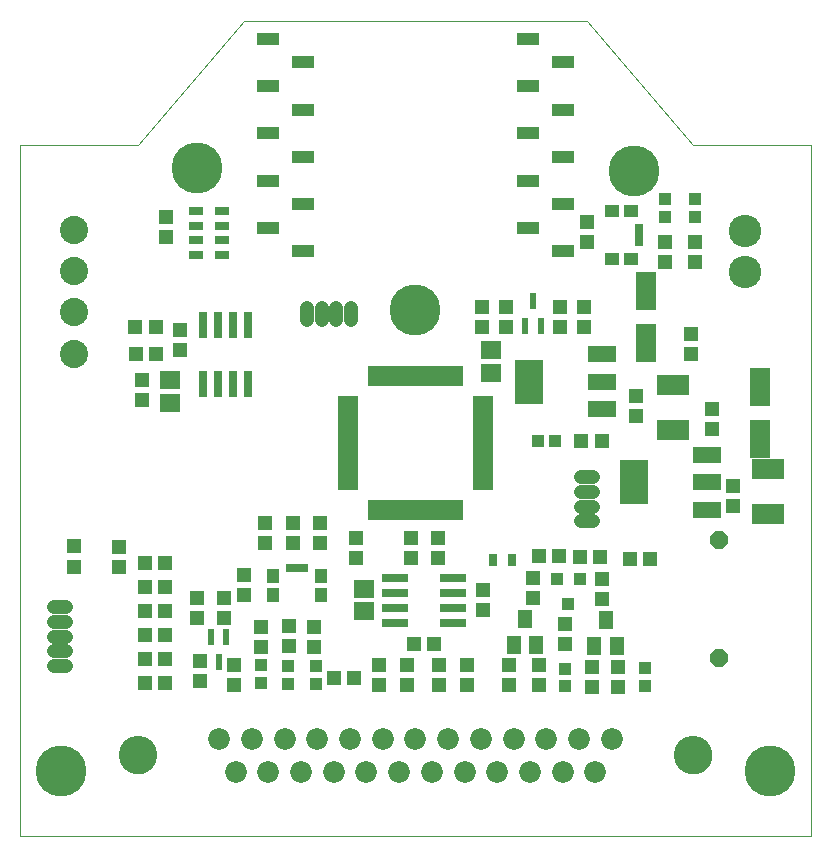
<source format=gts>
G75*
%MOIN*%
%OFA0B0*%
%FSLAX25Y25*%
%IPPOS*%
%LPD*%
%AMOC8*
5,1,8,0,0,1.08239X$1,22.5*
%
%ADD10C,0.00000*%
%ADD11R,0.04737X0.05131*%
%ADD12R,0.07099X0.12611*%
%ADD13R,0.05131X0.04737*%
%ADD14R,0.09600X0.05600*%
%ADD15R,0.09461X0.14973*%
%ADD16R,0.03950X0.03950*%
%ADD17R,0.04343X0.04737*%
%ADD18R,0.07493X0.02965*%
%ADD19R,0.04737X0.04343*%
%ADD20R,0.02965X0.07493*%
%ADD21R,0.07493X0.04146*%
%ADD22R,0.05131X0.03162*%
%ADD23C,0.10800*%
%ADD24R,0.03000X0.08600*%
%ADD25R,0.08600X0.03000*%
%ADD26R,0.01981X0.06706*%
%ADD27R,0.06706X0.01981*%
%ADD28C,0.04769*%
%ADD29R,0.06706X0.05918*%
%ADD30R,0.10800X0.06800*%
%ADD31C,0.09400*%
%ADD32R,0.04737X0.06312*%
%ADD33R,0.03950X0.04343*%
%ADD34R,0.03162X0.03950*%
%ADD35R,0.05052X0.04934*%
%ADD36R,0.02400X0.05400*%
%ADD37OC8,0.05950*%
%ADD38C,0.07250*%
%ADD39C,0.12800*%
%ADD40C,0.17005*%
D10*
X0012400Y0035678D02*
X0012400Y0265993D01*
X0051770Y0265993D01*
X0087203Y0307332D01*
X0201376Y0307332D01*
X0236809Y0265993D01*
X0276180Y0265993D01*
X0276180Y0035678D01*
X0012400Y0035678D01*
X0045690Y0062450D02*
X0045692Y0062604D01*
X0045698Y0062759D01*
X0045708Y0062913D01*
X0045722Y0063067D01*
X0045740Y0063220D01*
X0045761Y0063373D01*
X0045787Y0063526D01*
X0045817Y0063677D01*
X0045850Y0063828D01*
X0045888Y0063978D01*
X0045929Y0064127D01*
X0045974Y0064275D01*
X0046023Y0064421D01*
X0046076Y0064567D01*
X0046132Y0064710D01*
X0046192Y0064853D01*
X0046256Y0064993D01*
X0046323Y0065133D01*
X0046394Y0065270D01*
X0046468Y0065405D01*
X0046546Y0065539D01*
X0046627Y0065670D01*
X0046712Y0065799D01*
X0046800Y0065927D01*
X0046891Y0066051D01*
X0046985Y0066174D01*
X0047083Y0066294D01*
X0047183Y0066411D01*
X0047287Y0066526D01*
X0047393Y0066638D01*
X0047502Y0066747D01*
X0047614Y0066853D01*
X0047729Y0066957D01*
X0047846Y0067057D01*
X0047966Y0067155D01*
X0048089Y0067249D01*
X0048213Y0067340D01*
X0048341Y0067428D01*
X0048470Y0067513D01*
X0048601Y0067594D01*
X0048735Y0067672D01*
X0048870Y0067746D01*
X0049007Y0067817D01*
X0049147Y0067884D01*
X0049287Y0067948D01*
X0049430Y0068008D01*
X0049573Y0068064D01*
X0049719Y0068117D01*
X0049865Y0068166D01*
X0050013Y0068211D01*
X0050162Y0068252D01*
X0050312Y0068290D01*
X0050463Y0068323D01*
X0050614Y0068353D01*
X0050767Y0068379D01*
X0050920Y0068400D01*
X0051073Y0068418D01*
X0051227Y0068432D01*
X0051381Y0068442D01*
X0051536Y0068448D01*
X0051690Y0068450D01*
X0051844Y0068448D01*
X0051999Y0068442D01*
X0052153Y0068432D01*
X0052307Y0068418D01*
X0052460Y0068400D01*
X0052613Y0068379D01*
X0052766Y0068353D01*
X0052917Y0068323D01*
X0053068Y0068290D01*
X0053218Y0068252D01*
X0053367Y0068211D01*
X0053515Y0068166D01*
X0053661Y0068117D01*
X0053807Y0068064D01*
X0053950Y0068008D01*
X0054093Y0067948D01*
X0054233Y0067884D01*
X0054373Y0067817D01*
X0054510Y0067746D01*
X0054645Y0067672D01*
X0054779Y0067594D01*
X0054910Y0067513D01*
X0055039Y0067428D01*
X0055167Y0067340D01*
X0055291Y0067249D01*
X0055414Y0067155D01*
X0055534Y0067057D01*
X0055651Y0066957D01*
X0055766Y0066853D01*
X0055878Y0066747D01*
X0055987Y0066638D01*
X0056093Y0066526D01*
X0056197Y0066411D01*
X0056297Y0066294D01*
X0056395Y0066174D01*
X0056489Y0066051D01*
X0056580Y0065927D01*
X0056668Y0065799D01*
X0056753Y0065670D01*
X0056834Y0065539D01*
X0056912Y0065405D01*
X0056986Y0065270D01*
X0057057Y0065133D01*
X0057124Y0064993D01*
X0057188Y0064853D01*
X0057248Y0064710D01*
X0057304Y0064567D01*
X0057357Y0064421D01*
X0057406Y0064275D01*
X0057451Y0064127D01*
X0057492Y0063978D01*
X0057530Y0063828D01*
X0057563Y0063677D01*
X0057593Y0063526D01*
X0057619Y0063373D01*
X0057640Y0063220D01*
X0057658Y0063067D01*
X0057672Y0062913D01*
X0057682Y0062759D01*
X0057688Y0062604D01*
X0057690Y0062450D01*
X0057688Y0062296D01*
X0057682Y0062141D01*
X0057672Y0061987D01*
X0057658Y0061833D01*
X0057640Y0061680D01*
X0057619Y0061527D01*
X0057593Y0061374D01*
X0057563Y0061223D01*
X0057530Y0061072D01*
X0057492Y0060922D01*
X0057451Y0060773D01*
X0057406Y0060625D01*
X0057357Y0060479D01*
X0057304Y0060333D01*
X0057248Y0060190D01*
X0057188Y0060047D01*
X0057124Y0059907D01*
X0057057Y0059767D01*
X0056986Y0059630D01*
X0056912Y0059495D01*
X0056834Y0059361D01*
X0056753Y0059230D01*
X0056668Y0059101D01*
X0056580Y0058973D01*
X0056489Y0058849D01*
X0056395Y0058726D01*
X0056297Y0058606D01*
X0056197Y0058489D01*
X0056093Y0058374D01*
X0055987Y0058262D01*
X0055878Y0058153D01*
X0055766Y0058047D01*
X0055651Y0057943D01*
X0055534Y0057843D01*
X0055414Y0057745D01*
X0055291Y0057651D01*
X0055167Y0057560D01*
X0055039Y0057472D01*
X0054910Y0057387D01*
X0054779Y0057306D01*
X0054645Y0057228D01*
X0054510Y0057154D01*
X0054373Y0057083D01*
X0054233Y0057016D01*
X0054093Y0056952D01*
X0053950Y0056892D01*
X0053807Y0056836D01*
X0053661Y0056783D01*
X0053515Y0056734D01*
X0053367Y0056689D01*
X0053218Y0056648D01*
X0053068Y0056610D01*
X0052917Y0056577D01*
X0052766Y0056547D01*
X0052613Y0056521D01*
X0052460Y0056500D01*
X0052307Y0056482D01*
X0052153Y0056468D01*
X0051999Y0056458D01*
X0051844Y0056452D01*
X0051690Y0056450D01*
X0051536Y0056452D01*
X0051381Y0056458D01*
X0051227Y0056468D01*
X0051073Y0056482D01*
X0050920Y0056500D01*
X0050767Y0056521D01*
X0050614Y0056547D01*
X0050463Y0056577D01*
X0050312Y0056610D01*
X0050162Y0056648D01*
X0050013Y0056689D01*
X0049865Y0056734D01*
X0049719Y0056783D01*
X0049573Y0056836D01*
X0049430Y0056892D01*
X0049287Y0056952D01*
X0049147Y0057016D01*
X0049007Y0057083D01*
X0048870Y0057154D01*
X0048735Y0057228D01*
X0048601Y0057306D01*
X0048470Y0057387D01*
X0048341Y0057472D01*
X0048213Y0057560D01*
X0048089Y0057651D01*
X0047966Y0057745D01*
X0047846Y0057843D01*
X0047729Y0057943D01*
X0047614Y0058047D01*
X0047502Y0058153D01*
X0047393Y0058262D01*
X0047287Y0058374D01*
X0047183Y0058489D01*
X0047083Y0058606D01*
X0046985Y0058726D01*
X0046891Y0058849D01*
X0046800Y0058973D01*
X0046712Y0059101D01*
X0046627Y0059230D01*
X0046546Y0059361D01*
X0046468Y0059495D01*
X0046394Y0059630D01*
X0046323Y0059767D01*
X0046256Y0059907D01*
X0046192Y0060047D01*
X0046132Y0060190D01*
X0046076Y0060333D01*
X0046023Y0060479D01*
X0045974Y0060625D01*
X0045929Y0060773D01*
X0045888Y0060922D01*
X0045850Y0061072D01*
X0045817Y0061223D01*
X0045787Y0061374D01*
X0045761Y0061527D01*
X0045740Y0061680D01*
X0045722Y0061833D01*
X0045708Y0061987D01*
X0045698Y0062141D01*
X0045692Y0062296D01*
X0045690Y0062450D01*
X0230890Y0062450D02*
X0230892Y0062604D01*
X0230898Y0062759D01*
X0230908Y0062913D01*
X0230922Y0063067D01*
X0230940Y0063220D01*
X0230961Y0063373D01*
X0230987Y0063526D01*
X0231017Y0063677D01*
X0231050Y0063828D01*
X0231088Y0063978D01*
X0231129Y0064127D01*
X0231174Y0064275D01*
X0231223Y0064421D01*
X0231276Y0064567D01*
X0231332Y0064710D01*
X0231392Y0064853D01*
X0231456Y0064993D01*
X0231523Y0065133D01*
X0231594Y0065270D01*
X0231668Y0065405D01*
X0231746Y0065539D01*
X0231827Y0065670D01*
X0231912Y0065799D01*
X0232000Y0065927D01*
X0232091Y0066051D01*
X0232185Y0066174D01*
X0232283Y0066294D01*
X0232383Y0066411D01*
X0232487Y0066526D01*
X0232593Y0066638D01*
X0232702Y0066747D01*
X0232814Y0066853D01*
X0232929Y0066957D01*
X0233046Y0067057D01*
X0233166Y0067155D01*
X0233289Y0067249D01*
X0233413Y0067340D01*
X0233541Y0067428D01*
X0233670Y0067513D01*
X0233801Y0067594D01*
X0233935Y0067672D01*
X0234070Y0067746D01*
X0234207Y0067817D01*
X0234347Y0067884D01*
X0234487Y0067948D01*
X0234630Y0068008D01*
X0234773Y0068064D01*
X0234919Y0068117D01*
X0235065Y0068166D01*
X0235213Y0068211D01*
X0235362Y0068252D01*
X0235512Y0068290D01*
X0235663Y0068323D01*
X0235814Y0068353D01*
X0235967Y0068379D01*
X0236120Y0068400D01*
X0236273Y0068418D01*
X0236427Y0068432D01*
X0236581Y0068442D01*
X0236736Y0068448D01*
X0236890Y0068450D01*
X0237044Y0068448D01*
X0237199Y0068442D01*
X0237353Y0068432D01*
X0237507Y0068418D01*
X0237660Y0068400D01*
X0237813Y0068379D01*
X0237966Y0068353D01*
X0238117Y0068323D01*
X0238268Y0068290D01*
X0238418Y0068252D01*
X0238567Y0068211D01*
X0238715Y0068166D01*
X0238861Y0068117D01*
X0239007Y0068064D01*
X0239150Y0068008D01*
X0239293Y0067948D01*
X0239433Y0067884D01*
X0239573Y0067817D01*
X0239710Y0067746D01*
X0239845Y0067672D01*
X0239979Y0067594D01*
X0240110Y0067513D01*
X0240239Y0067428D01*
X0240367Y0067340D01*
X0240491Y0067249D01*
X0240614Y0067155D01*
X0240734Y0067057D01*
X0240851Y0066957D01*
X0240966Y0066853D01*
X0241078Y0066747D01*
X0241187Y0066638D01*
X0241293Y0066526D01*
X0241397Y0066411D01*
X0241497Y0066294D01*
X0241595Y0066174D01*
X0241689Y0066051D01*
X0241780Y0065927D01*
X0241868Y0065799D01*
X0241953Y0065670D01*
X0242034Y0065539D01*
X0242112Y0065405D01*
X0242186Y0065270D01*
X0242257Y0065133D01*
X0242324Y0064993D01*
X0242388Y0064853D01*
X0242448Y0064710D01*
X0242504Y0064567D01*
X0242557Y0064421D01*
X0242606Y0064275D01*
X0242651Y0064127D01*
X0242692Y0063978D01*
X0242730Y0063828D01*
X0242763Y0063677D01*
X0242793Y0063526D01*
X0242819Y0063373D01*
X0242840Y0063220D01*
X0242858Y0063067D01*
X0242872Y0062913D01*
X0242882Y0062759D01*
X0242888Y0062604D01*
X0242890Y0062450D01*
X0242888Y0062296D01*
X0242882Y0062141D01*
X0242872Y0061987D01*
X0242858Y0061833D01*
X0242840Y0061680D01*
X0242819Y0061527D01*
X0242793Y0061374D01*
X0242763Y0061223D01*
X0242730Y0061072D01*
X0242692Y0060922D01*
X0242651Y0060773D01*
X0242606Y0060625D01*
X0242557Y0060479D01*
X0242504Y0060333D01*
X0242448Y0060190D01*
X0242388Y0060047D01*
X0242324Y0059907D01*
X0242257Y0059767D01*
X0242186Y0059630D01*
X0242112Y0059495D01*
X0242034Y0059361D01*
X0241953Y0059230D01*
X0241868Y0059101D01*
X0241780Y0058973D01*
X0241689Y0058849D01*
X0241595Y0058726D01*
X0241497Y0058606D01*
X0241397Y0058489D01*
X0241293Y0058374D01*
X0241187Y0058262D01*
X0241078Y0058153D01*
X0240966Y0058047D01*
X0240851Y0057943D01*
X0240734Y0057843D01*
X0240614Y0057745D01*
X0240491Y0057651D01*
X0240367Y0057560D01*
X0240239Y0057472D01*
X0240110Y0057387D01*
X0239979Y0057306D01*
X0239845Y0057228D01*
X0239710Y0057154D01*
X0239573Y0057083D01*
X0239433Y0057016D01*
X0239293Y0056952D01*
X0239150Y0056892D01*
X0239007Y0056836D01*
X0238861Y0056783D01*
X0238715Y0056734D01*
X0238567Y0056689D01*
X0238418Y0056648D01*
X0238268Y0056610D01*
X0238117Y0056577D01*
X0237966Y0056547D01*
X0237813Y0056521D01*
X0237660Y0056500D01*
X0237507Y0056482D01*
X0237353Y0056468D01*
X0237199Y0056458D01*
X0237044Y0056452D01*
X0236890Y0056450D01*
X0236736Y0056452D01*
X0236581Y0056458D01*
X0236427Y0056468D01*
X0236273Y0056482D01*
X0236120Y0056500D01*
X0235967Y0056521D01*
X0235814Y0056547D01*
X0235663Y0056577D01*
X0235512Y0056610D01*
X0235362Y0056648D01*
X0235213Y0056689D01*
X0235065Y0056734D01*
X0234919Y0056783D01*
X0234773Y0056836D01*
X0234630Y0056892D01*
X0234487Y0056952D01*
X0234347Y0057016D01*
X0234207Y0057083D01*
X0234070Y0057154D01*
X0233935Y0057228D01*
X0233801Y0057306D01*
X0233670Y0057387D01*
X0233541Y0057472D01*
X0233413Y0057560D01*
X0233289Y0057651D01*
X0233166Y0057745D01*
X0233046Y0057843D01*
X0232929Y0057943D01*
X0232814Y0058047D01*
X0232702Y0058153D01*
X0232593Y0058262D01*
X0232487Y0058374D01*
X0232383Y0058489D01*
X0232283Y0058606D01*
X0232185Y0058726D01*
X0232091Y0058849D01*
X0232000Y0058973D01*
X0231912Y0059101D01*
X0231827Y0059230D01*
X0231746Y0059361D01*
X0231668Y0059495D01*
X0231594Y0059630D01*
X0231523Y0059767D01*
X0231456Y0059907D01*
X0231392Y0060047D01*
X0231332Y0060190D01*
X0231276Y0060333D01*
X0231223Y0060479D01*
X0231174Y0060625D01*
X0231129Y0060773D01*
X0231088Y0060922D01*
X0231050Y0061072D01*
X0231017Y0061223D01*
X0230987Y0061374D01*
X0230961Y0061527D01*
X0230940Y0061680D01*
X0230922Y0061833D01*
X0230908Y0061987D01*
X0230898Y0062141D01*
X0230892Y0062296D01*
X0230890Y0062450D01*
D11*
X0222573Y0127875D03*
X0215880Y0127875D03*
X0205746Y0128647D03*
X0199054Y0128647D03*
X0192026Y0128974D03*
X0185333Y0128974D03*
X0166715Y0117493D03*
X0166715Y0110800D03*
X0161589Y0092493D03*
X0161589Y0085800D03*
X0132089Y0085800D03*
X0132089Y0092493D03*
X0123668Y0088358D03*
X0116975Y0088358D03*
X0087215Y0115863D03*
X0087215Y0122556D03*
X0080400Y0114993D03*
X0080400Y0108300D03*
X0060746Y0110647D03*
X0054054Y0110647D03*
X0054054Y0118647D03*
X0060746Y0118647D03*
X0060746Y0102647D03*
X0054054Y0102647D03*
X0054054Y0094647D03*
X0060746Y0094647D03*
X0060746Y0086647D03*
X0054054Y0086647D03*
X0124400Y0128300D03*
X0124400Y0134993D03*
X0142967Y0134993D03*
X0142967Y0128300D03*
X0199628Y0167147D03*
X0206321Y0167147D03*
X0217715Y0175615D03*
X0217715Y0182308D03*
X0236215Y0196115D03*
X0236215Y0202808D03*
X0243215Y0177745D03*
X0243215Y0171052D03*
X0250215Y0152245D03*
X0250215Y0145552D03*
X0201613Y0233631D03*
X0201613Y0240324D03*
X0166400Y0211993D03*
X0166400Y0205300D03*
X0061270Y0235143D03*
X0061270Y0241836D03*
X0053254Y0187643D03*
X0053254Y0180950D03*
D12*
X0221215Y0199800D03*
X0221215Y0217123D03*
X0259215Y0185060D03*
X0259215Y0167737D03*
D13*
X0206380Y0121194D03*
X0206380Y0114501D03*
X0194223Y0106356D03*
X0194223Y0099663D03*
X0185628Y0092548D03*
X0185628Y0085856D03*
X0175317Y0085856D03*
X0175317Y0092548D03*
X0183585Y0115021D03*
X0183585Y0121714D03*
X0203217Y0091846D03*
X0203217Y0085153D03*
X0211931Y0085182D03*
X0211931Y0091875D03*
X0152089Y0092493D03*
X0152089Y0085800D03*
X0141589Y0085800D03*
X0141589Y0092493D03*
X0143743Y0099647D03*
X0150435Y0099647D03*
X0151652Y0128300D03*
X0151652Y0134993D03*
X0112400Y0133300D03*
X0112400Y0139993D03*
X0103400Y0139993D03*
X0103400Y0133300D03*
X0094000Y0133300D03*
X0094000Y0139993D03*
X0071400Y0114993D03*
X0071400Y0108300D03*
X0072400Y0093993D03*
X0072400Y0087300D03*
X0083943Y0085730D03*
X0083943Y0092422D03*
X0092884Y0098667D03*
X0092884Y0105359D03*
X0102286Y0105478D03*
X0102286Y0098785D03*
X0110471Y0098600D03*
X0110471Y0105293D03*
X0060746Y0126647D03*
X0054054Y0126647D03*
X0045400Y0125300D03*
X0045400Y0131993D03*
X0051089Y0196344D03*
X0057782Y0196344D03*
X0057656Y0205277D03*
X0050963Y0205277D03*
X0065790Y0204249D03*
X0065790Y0197556D03*
X0174400Y0205300D03*
X0174400Y0211993D03*
X0192400Y0211993D03*
X0192400Y0205300D03*
X0200400Y0205300D03*
X0200400Y0211993D03*
X0227392Y0226962D03*
X0227392Y0233655D03*
X0237329Y0233655D03*
X0237329Y0226962D03*
D14*
X0206415Y0196062D03*
X0206415Y0186962D03*
X0206415Y0177862D03*
X0241415Y0162499D03*
X0241415Y0153399D03*
X0241415Y0144299D03*
D15*
X0217014Y0153399D03*
X0182014Y0186962D03*
D16*
X0185022Y0167147D03*
X0190928Y0167147D03*
X0227569Y0241907D03*
X0227569Y0247812D03*
X0237329Y0247761D03*
X0237329Y0241856D03*
X0220900Y0091600D03*
X0220900Y0085694D03*
X0194150Y0085444D03*
X0194150Y0091350D03*
X0111042Y0092170D03*
X0111042Y0086265D03*
X0101853Y0086265D03*
X0101853Y0092170D03*
X0092668Y0092485D03*
X0092668Y0086580D03*
D17*
X0096770Y0115993D03*
X0096770Y0122293D03*
X0112912Y0122293D03*
X0112912Y0115993D03*
D18*
X0104841Y0124753D03*
D19*
X0209963Y0227907D03*
X0216262Y0227907D03*
X0216262Y0244048D03*
X0209963Y0244048D03*
D20*
X0218723Y0235978D03*
D21*
X0193502Y0230399D03*
X0181691Y0238273D03*
X0193502Y0246147D03*
X0181691Y0254021D03*
X0193502Y0261895D03*
X0181691Y0269769D03*
X0193502Y0277643D03*
X0181691Y0285517D03*
X0193502Y0293391D03*
X0181691Y0301265D03*
X0106888Y0293391D03*
X0095077Y0301265D03*
X0095077Y0285517D03*
X0106888Y0277643D03*
X0095077Y0269769D03*
X0106888Y0261895D03*
X0095077Y0254021D03*
X0106888Y0246147D03*
X0095077Y0238273D03*
X0106888Y0230399D03*
D22*
X0079920Y0229147D03*
X0079920Y0234068D03*
X0079920Y0238989D03*
X0079920Y0243911D03*
X0071258Y0243911D03*
X0071258Y0238989D03*
X0071258Y0234068D03*
X0071258Y0229147D03*
D23*
X0254026Y0223509D03*
X0254026Y0237289D03*
D24*
X0088471Y0205733D03*
X0083471Y0205733D03*
X0078471Y0205733D03*
X0073471Y0205733D03*
X0073471Y0186333D03*
X0078471Y0186333D03*
X0083471Y0186333D03*
X0088471Y0186333D03*
D25*
X0137515Y0121647D03*
X0137515Y0116647D03*
X0137515Y0111647D03*
X0137515Y0106647D03*
X0156915Y0106647D03*
X0156915Y0111647D03*
X0156915Y0116647D03*
X0156915Y0121647D03*
D26*
X0157085Y0144115D03*
X0155117Y0144115D03*
X0153148Y0144115D03*
X0151180Y0144115D03*
X0149211Y0144115D03*
X0147243Y0144115D03*
X0145274Y0144115D03*
X0143306Y0144115D03*
X0141337Y0144115D03*
X0139369Y0144115D03*
X0137400Y0144115D03*
X0135431Y0144115D03*
X0133463Y0144115D03*
X0131494Y0144115D03*
X0129526Y0144115D03*
X0159054Y0144115D03*
X0159054Y0188997D03*
X0157085Y0188997D03*
X0155117Y0188997D03*
X0153148Y0188997D03*
X0151180Y0188997D03*
X0149211Y0188997D03*
X0147243Y0188997D03*
X0145274Y0188997D03*
X0143306Y0188997D03*
X0141337Y0188997D03*
X0139369Y0188997D03*
X0137400Y0188997D03*
X0135431Y0188997D03*
X0133463Y0188997D03*
X0131494Y0188997D03*
X0129526Y0188997D03*
D27*
X0121849Y0181320D03*
X0121849Y0179352D03*
X0121849Y0177383D03*
X0121849Y0175415D03*
X0121849Y0173446D03*
X0121849Y0171478D03*
X0121849Y0169509D03*
X0121849Y0167541D03*
X0121849Y0165572D03*
X0121849Y0163604D03*
X0121849Y0161635D03*
X0121849Y0159667D03*
X0121849Y0157698D03*
X0121849Y0155730D03*
X0121849Y0153761D03*
X0121849Y0151793D03*
X0166731Y0151793D03*
X0166731Y0153761D03*
X0166731Y0155730D03*
X0166731Y0157698D03*
X0166731Y0159667D03*
X0166731Y0161635D03*
X0166731Y0163604D03*
X0166731Y0165572D03*
X0166731Y0167541D03*
X0166731Y0169509D03*
X0166731Y0171478D03*
X0166731Y0173446D03*
X0166731Y0175415D03*
X0166731Y0177383D03*
X0166731Y0179352D03*
X0166731Y0181320D03*
D28*
X0199365Y0155159D02*
X0203333Y0155159D01*
X0203333Y0150237D02*
X0199365Y0150237D01*
X0199365Y0145316D02*
X0203333Y0145316D01*
X0203333Y0140395D02*
X0199365Y0140395D01*
X0122853Y0207478D02*
X0122853Y0211446D01*
X0117931Y0211446D02*
X0117931Y0207478D01*
X0113010Y0207478D02*
X0113010Y0211446D01*
X0108089Y0211446D02*
X0108089Y0207478D01*
X0027900Y0111859D02*
X0023931Y0111859D01*
X0023931Y0106938D02*
X0027900Y0106938D01*
X0027900Y0102017D02*
X0023931Y0102017D01*
X0023931Y0097096D02*
X0027900Y0097096D01*
X0027900Y0092174D02*
X0023931Y0092174D01*
D29*
X0062400Y0179907D03*
X0062400Y0187387D03*
X0127215Y0117887D03*
X0127215Y0110407D03*
X0169400Y0189907D03*
X0169400Y0197387D03*
D30*
X0230215Y0185899D03*
X0230215Y0170899D03*
X0261715Y0157899D03*
X0261715Y0142899D03*
D31*
X0030337Y0196348D03*
X0030337Y0210127D03*
X0030337Y0223907D03*
X0030337Y0237686D03*
D32*
X0177014Y0099182D03*
X0184494Y0099182D03*
X0180754Y0107844D03*
X0203943Y0098909D03*
X0211424Y0098909D03*
X0207683Y0107570D03*
D33*
X0195254Y0112993D03*
X0191514Y0121261D03*
X0198994Y0121261D03*
D34*
X0176550Y0127647D03*
X0170250Y0127647D03*
D35*
X0030400Y0125202D03*
X0030400Y0132092D03*
D36*
X0076100Y0101747D03*
X0081300Y0101747D03*
X0078700Y0093547D03*
X0180800Y0205547D03*
X0186000Y0205547D03*
X0183400Y0213747D03*
D37*
X0245400Y0134269D03*
X0245400Y0094899D03*
D38*
X0209690Y0068050D03*
X0204240Y0056850D03*
X0198790Y0068050D03*
X0193340Y0056850D03*
X0182440Y0056850D03*
X0187890Y0068050D03*
X0176990Y0068050D03*
X0171540Y0056850D03*
X0166090Y0068050D03*
X0160640Y0056850D03*
X0149740Y0056850D03*
X0155190Y0068050D03*
X0144290Y0068050D03*
X0138840Y0056850D03*
X0133390Y0068050D03*
X0127940Y0056850D03*
X0117040Y0056850D03*
X0122490Y0068050D03*
X0111590Y0068050D03*
X0106140Y0056850D03*
X0100690Y0068050D03*
X0089790Y0068050D03*
X0095240Y0056850D03*
X0084340Y0056850D03*
X0078890Y0068050D03*
D39*
X0051690Y0062450D03*
X0236890Y0062450D03*
D40*
X0262400Y0057332D03*
X0144290Y0210875D03*
X0217124Y0257111D03*
X0071455Y0258111D03*
X0026180Y0057332D03*
M02*

</source>
